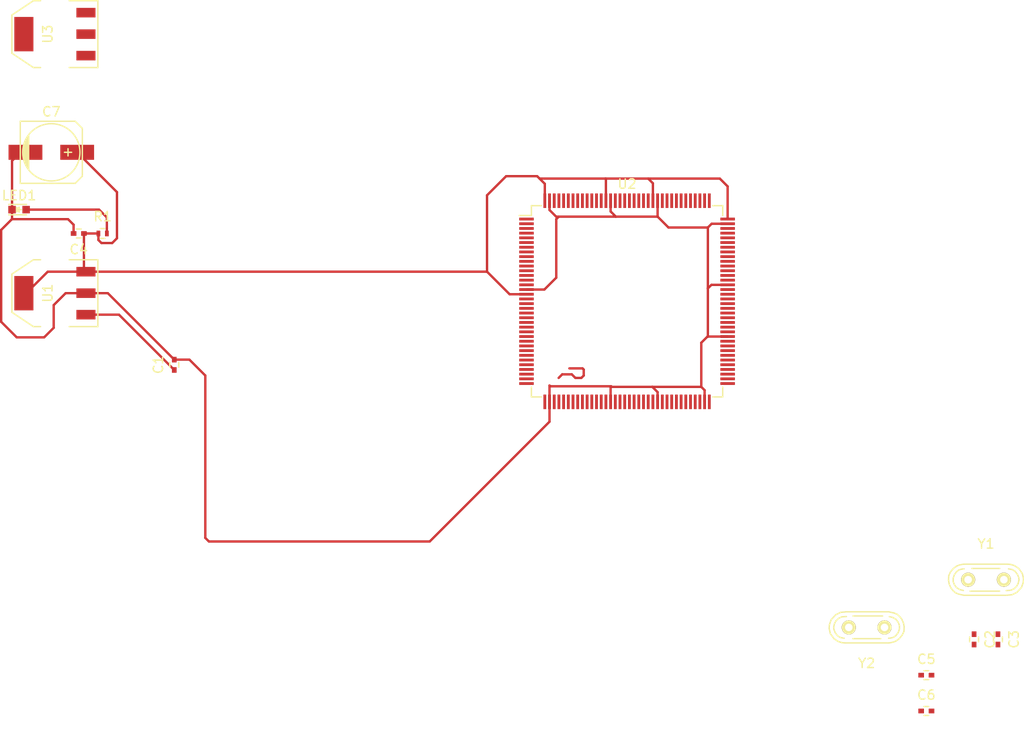
<source format=kicad_pcb>
(kicad_pcb (version 4) (host pcbnew 0.201603210401+6634~43~ubuntu14.04.1-product)

  (general
    (links 46)
    (no_connects 20)
    (area 81.589999 72.749999 190.955341 151.365)
    (thickness 1.6)
    (drawings 0)
    (tracks 103)
    (zones 0)
    (modules 14)
    (nets 129)
  )

  (page A4)
  (layers
    (0 F.Cu signal)
    (31 B.Cu signal)
    (32 B.Adhes user)
    (33 F.Adhes user)
    (34 B.Paste user)
    (35 F.Paste user)
    (36 B.SilkS user)
    (37 F.SilkS user)
    (38 B.Mask user)
    (39 F.Mask user)
    (40 Dwgs.User user)
    (41 Cmts.User user)
    (42 Eco1.User user)
    (43 Eco2.User user)
    (44 Edge.Cuts user)
    (45 Margin user)
    (46 B.CrtYd user)
    (47 F.CrtYd user)
    (48 B.Fab user)
    (49 F.Fab user)
  )

  (setup
    (last_trace_width 0.25)
    (trace_clearance 0.2)
    (zone_clearance 0.508)
    (zone_45_only no)
    (trace_min 0.2)
    (segment_width 0.2)
    (edge_width 0.15)
    (via_size 0.6)
    (via_drill 0.4)
    (via_min_size 0.4)
    (via_min_drill 0.3)
    (uvia_size 0.3)
    (uvia_drill 0.1)
    (uvias_allowed no)
    (uvia_min_size 0.2)
    (uvia_min_drill 0.1)
    (pcb_text_width 0.3)
    (pcb_text_size 1.5 1.5)
    (mod_edge_width 0.15)
    (mod_text_size 1 1)
    (mod_text_width 0.15)
    (pad_size 1.524 1.524)
    (pad_drill 0.762)
    (pad_to_mask_clearance 0.2)
    (aux_axis_origin 0 0)
    (visible_elements FFFEFF7F)
    (pcbplotparams
      (layerselection 0x00030_ffffffff)
      (usegerberextensions false)
      (excludeedgelayer true)
      (linewidth 0.100000)
      (plotframeref false)
      (viasonmask false)
      (mode 1)
      (useauxorigin false)
      (hpglpennumber 1)
      (hpglpenspeed 20)
      (hpglpendiameter 15)
      (psnegative false)
      (psa4output false)
      (plotreference true)
      (plotvalue true)
      (plotinvisibletext false)
      (padsonsilk false)
      (subtractmaskfromsilk false)
      (outputformat 1)
      (mirror false)
      (drillshape 1)
      (scaleselection 1)
      (outputdirectory ""))
  )

  (net 0 "")
  (net 1 +5V)
  (net 2 GND)
  (net 3 /X1IN)
  (net 4 /X1OUT)
  (net 5 +3V3)
  (net 6 /X2IN)
  (net 7 /X2OUT)
  (net 8 "Net-(LED1-Pad2)")
  (net 9 "Net-(U2-Pad1)")
  (net 10 "Net-(U2-Pad2)")
  (net 11 "Net-(U2-Pad3)")
  (net 12 "Net-(U2-Pad4)")
  (net 13 "Net-(U2-Pad6)")
  (net 14 "Net-(U2-Pad7)")
  (net 15 "Net-(U2-Pad8)")
  (net 16 "Net-(U2-Pad9)")
  (net 17 "Net-(U2-Pad10)")
  (net 18 "Net-(U2-Pad11)")
  (net 19 "Net-(U2-Pad12)")
  (net 20 "Net-(U2-Pad13)")
  (net 21 "Net-(U2-Pad14)")
  (net 22 "Net-(U2-Pad15)")
  (net 23 "Net-(U2-Pad18)")
  (net 24 "Net-(U2-Pad19)")
  (net 25 "Net-(U2-Pad20)")
  (net 26 "Net-(U2-Pad21)")
  (net 27 "Net-(U2-Pad22)")
  (net 28 "Net-(U2-Pad23)")
  (net 29 "Net-(U2-Pad24)")
  (net 30 "Net-(U2-Pad25)")
  (net 31 "Net-(U2-Pad26)")
  (net 32 "Net-(U2-Pad27)")
  (net 33 "Net-(U2-Pad28)")
  (net 34 "Net-(U2-Pad29)")
  (net 35 "Net-(U2-Pad30)")
  (net 36 "Net-(U2-Pad31)")
  (net 37 "Net-(U2-Pad32)")
  (net 38 "Net-(U2-Pad33)")
  (net 39 "Net-(U2-Pad34)")
  (net 40 "Net-(U2-Pad35)")
  (net 41 "Net-(U2-Pad36)")
  (net 42 "Net-(U2-Pad37)")
  (net 43 "Net-(U2-Pad40)")
  (net 44 "Net-(U2-Pad41)")
  (net 45 "Net-(U2-Pad42)")
  (net 46 "Net-(U2-Pad43)")
  (net 47 "Net-(U2-Pad44)")
  (net 48 "Net-(U2-Pad45)")
  (net 49 "Net-(U2-Pad48)")
  (net 50 "Net-(U2-Pad49)")
  (net 51 "Net-(U2-Pad50)")
  (net 52 "Net-(U2-Pad53)")
  (net 53 "Net-(U2-Pad54)")
  (net 54 "Net-(U2-Pad55)")
  (net 55 "Net-(U2-Pad56)")
  (net 56 "Net-(U2-Pad57)")
  (net 57 "Net-(U2-Pad59)")
  (net 58 "Net-(U2-Pad60)")
  (net 59 "Net-(U2-Pad63)")
  (net 60 "Net-(U2-Pad64)")
  (net 61 "Net-(U2-Pad65)")
  (net 62 "Net-(U2-Pad66)")
  (net 63 "Net-(U2-Pad67)")
  (net 64 "Net-(U2-Pad68)")
  (net 65 "Net-(U2-Pad69)")
  (net 66 "Net-(U2-Pad70)")
  (net 67 "Net-(U2-Pad73)")
  (net 68 "Net-(U2-Pad74)")
  (net 69 "Net-(U2-Pad75)")
  (net 70 "Net-(U2-Pad76)")
  (net 71 "Net-(U2-Pad77)")
  (net 72 "Net-(U2-Pad78)")
  (net 73 "Net-(U2-Pad79)")
  (net 74 "Net-(U2-Pad80)")
  (net 75 "Net-(U2-Pad81)")
  (net 76 "Net-(U2-Pad82)")
  (net 77 "Net-(U2-Pad85)")
  (net 78 "Net-(U2-Pad86)")
  (net 79 "Net-(U2-Pad87)")
  (net 80 "Net-(U2-Pad88)")
  (net 81 "Net-(U2-Pad89)")
  (net 82 "Net-(U2-Pad90)")
  (net 83 "Net-(U2-Pad91)")
  (net 84 "Net-(U2-Pad92)")
  (net 85 "Net-(U2-Pad93)")
  (net 86 "Net-(U2-Pad96)")
  (net 87 "Net-(U2-Pad97)")
  (net 88 "Net-(U2-Pad98)")
  (net 89 "Net-(U2-Pad99)")
  (net 90 "Net-(U2-Pad100)")
  (net 91 "Net-(U2-Pad101)")
  (net 92 "Net-(U2-Pad102)")
  (net 93 "Net-(U2-Pad103)")
  (net 94 "Net-(U2-Pad104)")
  (net 95 "Net-(U2-Pad105)")
  (net 96 "Net-(U2-Pad106)")
  (net 97 "Net-(U2-Pad109)")
  (net 98 "Net-(U2-Pad110)")
  (net 99 "Net-(U2-Pad111)")
  (net 100 "Net-(U2-Pad112)")
  (net 101 "Net-(U2-Pad113)")
  (net 102 "Net-(U2-Pad114)")
  (net 103 "Net-(U2-Pad115)")
  (net 104 "Net-(U2-Pad116)")
  (net 105 "Net-(U2-Pad117)")
  (net 106 "Net-(U2-Pad118)")
  (net 107 "Net-(U2-Pad119)")
  (net 108 "Net-(U2-Pad122)")
  (net 109 "Net-(U2-Pad123)")
  (net 110 "Net-(U2-Pad124)")
  (net 111 "Net-(U2-Pad125)")
  (net 112 "Net-(U2-Pad126)")
  (net 113 "Net-(U2-Pad127)")
  (net 114 "Net-(U2-Pad128)")
  (net 115 "Net-(U2-Pad129)")
  (net 116 "Net-(U2-Pad132)")
  (net 117 "Net-(U2-Pad133)")
  (net 118 "Net-(U2-Pad134)")
  (net 119 "Net-(U2-Pad135)")
  (net 120 "Net-(U2-Pad136)")
  (net 121 "Net-(U2-Pad137)")
  (net 122 "Net-(U2-Pad138)")
  (net 123 "Net-(U2-Pad139)")
  (net 124 "Net-(U2-Pad140)")
  (net 125 "Net-(U2-Pad141)")
  (net 126 "Net-(U2-Pad142)")
  (net 127 "Net-(U3-Pad4)")
  (net 128 "Net-(U3-Pad3)")

  (net_class Default "This is the default net class."
    (clearance 0.2)
    (trace_width 0.25)
    (via_dia 0.6)
    (via_drill 0.4)
    (uvia_dia 0.3)
    (uvia_drill 0.1)
    (add_net +3V3)
    (add_net +5V)
    (add_net /X1IN)
    (add_net /X1OUT)
    (add_net /X2IN)
    (add_net /X2OUT)
    (add_net GND)
    (add_net "Net-(LED1-Pad2)")
    (add_net "Net-(U2-Pad1)")
    (add_net "Net-(U2-Pad10)")
    (add_net "Net-(U2-Pad100)")
    (add_net "Net-(U2-Pad101)")
    (add_net "Net-(U2-Pad102)")
    (add_net "Net-(U2-Pad103)")
    (add_net "Net-(U2-Pad104)")
    (add_net "Net-(U2-Pad105)")
    (add_net "Net-(U2-Pad106)")
    (add_net "Net-(U2-Pad109)")
    (add_net "Net-(U2-Pad11)")
    (add_net "Net-(U2-Pad110)")
    (add_net "Net-(U2-Pad111)")
    (add_net "Net-(U2-Pad112)")
    (add_net "Net-(U2-Pad113)")
    (add_net "Net-(U2-Pad114)")
    (add_net "Net-(U2-Pad115)")
    (add_net "Net-(U2-Pad116)")
    (add_net "Net-(U2-Pad117)")
    (add_net "Net-(U2-Pad118)")
    (add_net "Net-(U2-Pad119)")
    (add_net "Net-(U2-Pad12)")
    (add_net "Net-(U2-Pad122)")
    (add_net "Net-(U2-Pad123)")
    (add_net "Net-(U2-Pad124)")
    (add_net "Net-(U2-Pad125)")
    (add_net "Net-(U2-Pad126)")
    (add_net "Net-(U2-Pad127)")
    (add_net "Net-(U2-Pad128)")
    (add_net "Net-(U2-Pad129)")
    (add_net "Net-(U2-Pad13)")
    (add_net "Net-(U2-Pad132)")
    (add_net "Net-(U2-Pad133)")
    (add_net "Net-(U2-Pad134)")
    (add_net "Net-(U2-Pad135)")
    (add_net "Net-(U2-Pad136)")
    (add_net "Net-(U2-Pad137)")
    (add_net "Net-(U2-Pad138)")
    (add_net "Net-(U2-Pad139)")
    (add_net "Net-(U2-Pad14)")
    (add_net "Net-(U2-Pad140)")
    (add_net "Net-(U2-Pad141)")
    (add_net "Net-(U2-Pad142)")
    (add_net "Net-(U2-Pad15)")
    (add_net "Net-(U2-Pad18)")
    (add_net "Net-(U2-Pad19)")
    (add_net "Net-(U2-Pad2)")
    (add_net "Net-(U2-Pad20)")
    (add_net "Net-(U2-Pad21)")
    (add_net "Net-(U2-Pad22)")
    (add_net "Net-(U2-Pad23)")
    (add_net "Net-(U2-Pad24)")
    (add_net "Net-(U2-Pad25)")
    (add_net "Net-(U2-Pad26)")
    (add_net "Net-(U2-Pad27)")
    (add_net "Net-(U2-Pad28)")
    (add_net "Net-(U2-Pad29)")
    (add_net "Net-(U2-Pad3)")
    (add_net "Net-(U2-Pad30)")
    (add_net "Net-(U2-Pad31)")
    (add_net "Net-(U2-Pad32)")
    (add_net "Net-(U2-Pad33)")
    (add_net "Net-(U2-Pad34)")
    (add_net "Net-(U2-Pad35)")
    (add_net "Net-(U2-Pad36)")
    (add_net "Net-(U2-Pad37)")
    (add_net "Net-(U2-Pad4)")
    (add_net "Net-(U2-Pad40)")
    (add_net "Net-(U2-Pad41)")
    (add_net "Net-(U2-Pad42)")
    (add_net "Net-(U2-Pad43)")
    (add_net "Net-(U2-Pad44)")
    (add_net "Net-(U2-Pad45)")
    (add_net "Net-(U2-Pad48)")
    (add_net "Net-(U2-Pad49)")
    (add_net "Net-(U2-Pad50)")
    (add_net "Net-(U2-Pad53)")
    (add_net "Net-(U2-Pad54)")
    (add_net "Net-(U2-Pad55)")
    (add_net "Net-(U2-Pad56)")
    (add_net "Net-(U2-Pad57)")
    (add_net "Net-(U2-Pad59)")
    (add_net "Net-(U2-Pad6)")
    (add_net "Net-(U2-Pad60)")
    (add_net "Net-(U2-Pad63)")
    (add_net "Net-(U2-Pad64)")
    (add_net "Net-(U2-Pad65)")
    (add_net "Net-(U2-Pad66)")
    (add_net "Net-(U2-Pad67)")
    (add_net "Net-(U2-Pad68)")
    (add_net "Net-(U2-Pad69)")
    (add_net "Net-(U2-Pad7)")
    (add_net "Net-(U2-Pad70)")
    (add_net "Net-(U2-Pad73)")
    (add_net "Net-(U2-Pad74)")
    (add_net "Net-(U2-Pad75)")
    (add_net "Net-(U2-Pad76)")
    (add_net "Net-(U2-Pad77)")
    (add_net "Net-(U2-Pad78)")
    (add_net "Net-(U2-Pad79)")
    (add_net "Net-(U2-Pad8)")
    (add_net "Net-(U2-Pad80)")
    (add_net "Net-(U2-Pad81)")
    (add_net "Net-(U2-Pad82)")
    (add_net "Net-(U2-Pad85)")
    (add_net "Net-(U2-Pad86)")
    (add_net "Net-(U2-Pad87)")
    (add_net "Net-(U2-Pad88)")
    (add_net "Net-(U2-Pad89)")
    (add_net "Net-(U2-Pad9)")
    (add_net "Net-(U2-Pad90)")
    (add_net "Net-(U2-Pad91)")
    (add_net "Net-(U2-Pad92)")
    (add_net "Net-(U2-Pad93)")
    (add_net "Net-(U2-Pad96)")
    (add_net "Net-(U2-Pad97)")
    (add_net "Net-(U2-Pad98)")
    (add_net "Net-(U2-Pad99)")
    (add_net "Net-(U3-Pad3)")
    (add_net "Net-(U3-Pad4)")
  )

  (module Capacitors_SMD:C_0402 (layer F.Cu) (tedit 5415D599) (tstamp 56F2DBA4)
    (at 100.33 111.76 90)
    (descr "Capacitor SMD 0402, reflow soldering, AVX (see smccp.pdf)")
    (tags "capacitor 0402")
    (path /56F2BF6E)
    (attr smd)
    (fp_text reference C1 (at 0 -1.7 90) (layer F.SilkS)
      (effects (font (size 1 1) (thickness 0.15)))
    )
    (fp_text value 0.1uF (at 0 1.7 90) (layer F.Fab)
      (effects (font (size 1 1) (thickness 0.15)))
    )
    (fp_line (start -1.15 -0.6) (end 1.15 -0.6) (layer F.CrtYd) (width 0.05))
    (fp_line (start -1.15 0.6) (end 1.15 0.6) (layer F.CrtYd) (width 0.05))
    (fp_line (start -1.15 -0.6) (end -1.15 0.6) (layer F.CrtYd) (width 0.05))
    (fp_line (start 1.15 -0.6) (end 1.15 0.6) (layer F.CrtYd) (width 0.05))
    (fp_line (start 0.25 -0.475) (end -0.25 -0.475) (layer F.SilkS) (width 0.15))
    (fp_line (start -0.25 0.475) (end 0.25 0.475) (layer F.SilkS) (width 0.15))
    (pad 1 smd rect (at -0.55 0 90) (size 0.6 0.5) (layers F.Cu F.Paste F.Mask)
      (net 1 +5V))
    (pad 2 smd rect (at 0.55 0 90) (size 0.6 0.5) (layers F.Cu F.Paste F.Mask)
      (net 2 GND))
    (model Capacitors_SMD.3dshapes/C_0402.wrl
      (at (xyz 0 0 0))
      (scale (xyz 1 1 1))
      (rotate (xyz 0 0 0))
    )
  )

  (module Capacitors_SMD:C_0402 (layer F.Cu) (tedit 5415D599) (tstamp 56F2DBB0)
    (at 185.42 140.97 270)
    (descr "Capacitor SMD 0402, reflow soldering, AVX (see smccp.pdf)")
    (tags "capacitor 0402")
    (path /56F2DAD6)
    (attr smd)
    (fp_text reference C2 (at 0 -1.7 270) (layer F.SilkS)
      (effects (font (size 1 1) (thickness 0.15)))
    )
    (fp_text value 22P (at 0 1.7 270) (layer F.Fab)
      (effects (font (size 1 1) (thickness 0.15)))
    )
    (fp_line (start -1.15 -0.6) (end 1.15 -0.6) (layer F.CrtYd) (width 0.05))
    (fp_line (start -1.15 0.6) (end 1.15 0.6) (layer F.CrtYd) (width 0.05))
    (fp_line (start -1.15 -0.6) (end -1.15 0.6) (layer F.CrtYd) (width 0.05))
    (fp_line (start 1.15 -0.6) (end 1.15 0.6) (layer F.CrtYd) (width 0.05))
    (fp_line (start 0.25 -0.475) (end -0.25 -0.475) (layer F.SilkS) (width 0.15))
    (fp_line (start -0.25 0.475) (end 0.25 0.475) (layer F.SilkS) (width 0.15))
    (pad 1 smd rect (at -0.55 0 270) (size 0.6 0.5) (layers F.Cu F.Paste F.Mask)
      (net 3 /X1IN))
    (pad 2 smd rect (at 0.55 0 270) (size 0.6 0.5) (layers F.Cu F.Paste F.Mask)
      (net 2 GND))
    (model Capacitors_SMD.3dshapes/C_0402.wrl
      (at (xyz 0 0 0))
      (scale (xyz 1 1 1))
      (rotate (xyz 0 0 0))
    )
  )

  (module Capacitors_SMD:C_0402 (layer F.Cu) (tedit 5415D599) (tstamp 56F2DBBC)
    (at 187.96 140.97 270)
    (descr "Capacitor SMD 0402, reflow soldering, AVX (see smccp.pdf)")
    (tags "capacitor 0402")
    (path /56F2DB39)
    (attr smd)
    (fp_text reference C3 (at 0 -1.7 270) (layer F.SilkS)
      (effects (font (size 1 1) (thickness 0.15)))
    )
    (fp_text value 22P (at 0 1.7 270) (layer F.Fab)
      (effects (font (size 1 1) (thickness 0.15)))
    )
    (fp_line (start -1.15 -0.6) (end 1.15 -0.6) (layer F.CrtYd) (width 0.05))
    (fp_line (start -1.15 0.6) (end 1.15 0.6) (layer F.CrtYd) (width 0.05))
    (fp_line (start -1.15 -0.6) (end -1.15 0.6) (layer F.CrtYd) (width 0.05))
    (fp_line (start 1.15 -0.6) (end 1.15 0.6) (layer F.CrtYd) (width 0.05))
    (fp_line (start 0.25 -0.475) (end -0.25 -0.475) (layer F.SilkS) (width 0.15))
    (fp_line (start -0.25 0.475) (end 0.25 0.475) (layer F.SilkS) (width 0.15))
    (pad 1 smd rect (at -0.55 0 270) (size 0.6 0.5) (layers F.Cu F.Paste F.Mask)
      (net 4 /X1OUT))
    (pad 2 smd rect (at 0.55 0 270) (size 0.6 0.5) (layers F.Cu F.Paste F.Mask)
      (net 2 GND))
    (model Capacitors_SMD.3dshapes/C_0402.wrl
      (at (xyz 0 0 0))
      (scale (xyz 1 1 1))
      (rotate (xyz 0 0 0))
    )
  )

  (module Capacitors_SMD:C_0402 (layer F.Cu) (tedit 5415D599) (tstamp 56F2DBC8)
    (at 90.17 97.79 180)
    (descr "Capacitor SMD 0402, reflow soldering, AVX (see smccp.pdf)")
    (tags "capacitor 0402")
    (path /56F2BFE5)
    (attr smd)
    (fp_text reference C4 (at 0 -1.7 180) (layer F.SilkS)
      (effects (font (size 1 1) (thickness 0.15)))
    )
    (fp_text value 0.1uF (at 0 1.7 180) (layer F.Fab)
      (effects (font (size 1 1) (thickness 0.15)))
    )
    (fp_line (start -1.15 -0.6) (end 1.15 -0.6) (layer F.CrtYd) (width 0.05))
    (fp_line (start -1.15 0.6) (end 1.15 0.6) (layer F.CrtYd) (width 0.05))
    (fp_line (start -1.15 -0.6) (end -1.15 0.6) (layer F.CrtYd) (width 0.05))
    (fp_line (start 1.15 -0.6) (end 1.15 0.6) (layer F.CrtYd) (width 0.05))
    (fp_line (start 0.25 -0.475) (end -0.25 -0.475) (layer F.SilkS) (width 0.15))
    (fp_line (start -0.25 0.475) (end 0.25 0.475) (layer F.SilkS) (width 0.15))
    (pad 1 smd rect (at -0.55 0 180) (size 0.6 0.5) (layers F.Cu F.Paste F.Mask)
      (net 5 +3V3))
    (pad 2 smd rect (at 0.55 0 180) (size 0.6 0.5) (layers F.Cu F.Paste F.Mask)
      (net 2 GND))
    (model Capacitors_SMD.3dshapes/C_0402.wrl
      (at (xyz 0 0 0))
      (scale (xyz 1 1 1))
      (rotate (xyz 0 0 0))
    )
  )

  (module Capacitors_SMD:C_0402 (layer F.Cu) (tedit 5415D599) (tstamp 56F2DBD4)
    (at 180.34 144.78)
    (descr "Capacitor SMD 0402, reflow soldering, AVX (see smccp.pdf)")
    (tags "capacitor 0402")
    (path /56F2DC08)
    (attr smd)
    (fp_text reference C5 (at 0 -1.7) (layer F.SilkS)
      (effects (font (size 1 1) (thickness 0.15)))
    )
    (fp_text value 22P (at 0 1.7) (layer F.Fab)
      (effects (font (size 1 1) (thickness 0.15)))
    )
    (fp_line (start -1.15 -0.6) (end 1.15 -0.6) (layer F.CrtYd) (width 0.05))
    (fp_line (start -1.15 0.6) (end 1.15 0.6) (layer F.CrtYd) (width 0.05))
    (fp_line (start -1.15 -0.6) (end -1.15 0.6) (layer F.CrtYd) (width 0.05))
    (fp_line (start 1.15 -0.6) (end 1.15 0.6) (layer F.CrtYd) (width 0.05))
    (fp_line (start 0.25 -0.475) (end -0.25 -0.475) (layer F.SilkS) (width 0.15))
    (fp_line (start -0.25 0.475) (end 0.25 0.475) (layer F.SilkS) (width 0.15))
    (pad 1 smd rect (at -0.55 0) (size 0.6 0.5) (layers F.Cu F.Paste F.Mask)
      (net 6 /X2IN))
    (pad 2 smd rect (at 0.55 0) (size 0.6 0.5) (layers F.Cu F.Paste F.Mask)
      (net 2 GND))
    (model Capacitors_SMD.3dshapes/C_0402.wrl
      (at (xyz 0 0 0))
      (scale (xyz 1 1 1))
      (rotate (xyz 0 0 0))
    )
  )

  (module Capacitors_SMD:C_0402 (layer F.Cu) (tedit 5415D599) (tstamp 56F2DBE0)
    (at 180.34 148.59)
    (descr "Capacitor SMD 0402, reflow soldering, AVX (see smccp.pdf)")
    (tags "capacitor 0402")
    (path /56F2DC53)
    (attr smd)
    (fp_text reference C6 (at 0 -1.7) (layer F.SilkS)
      (effects (font (size 1 1) (thickness 0.15)))
    )
    (fp_text value 22P (at 0 1.7) (layer F.Fab)
      (effects (font (size 1 1) (thickness 0.15)))
    )
    (fp_line (start -1.15 -0.6) (end 1.15 -0.6) (layer F.CrtYd) (width 0.05))
    (fp_line (start -1.15 0.6) (end 1.15 0.6) (layer F.CrtYd) (width 0.05))
    (fp_line (start -1.15 -0.6) (end -1.15 0.6) (layer F.CrtYd) (width 0.05))
    (fp_line (start 1.15 -0.6) (end 1.15 0.6) (layer F.CrtYd) (width 0.05))
    (fp_line (start 0.25 -0.475) (end -0.25 -0.475) (layer F.SilkS) (width 0.15))
    (fp_line (start -0.25 0.475) (end 0.25 0.475) (layer F.SilkS) (width 0.15))
    (pad 1 smd rect (at -0.55 0) (size 0.6 0.5) (layers F.Cu F.Paste F.Mask)
      (net 7 /X2OUT))
    (pad 2 smd rect (at 0.55 0) (size 0.6 0.5) (layers F.Cu F.Paste F.Mask)
      (net 2 GND))
    (model Capacitors_SMD.3dshapes/C_0402.wrl
      (at (xyz 0 0 0))
      (scale (xyz 1 1 1))
      (rotate (xyz 0 0 0))
    )
  )

  (module Capacitors_SMD:c_elec_6.3x7.7 (layer F.Cu) (tedit 556FDD06) (tstamp 56F2DBF8)
    (at 87.249 89.154)
    (descr "SMT capacitor, aluminium electrolytic, 6.3x7.7")
    (path /56F2C081)
    (attr smd)
    (fp_text reference C7 (at 0 -4.318) (layer F.SilkS)
      (effects (font (size 1 1) (thickness 0.15)))
    )
    (fp_text value 47uF (at 0 4.318) (layer F.Fab)
      (effects (font (size 1 1) (thickness 0.15)))
    )
    (fp_line (start -4.85 -3.55) (end 4.85 -3.55) (layer F.CrtYd) (width 0.05))
    (fp_line (start 4.85 -3.55) (end 4.85 3.55) (layer F.CrtYd) (width 0.05))
    (fp_line (start 4.85 3.55) (end -4.85 3.55) (layer F.CrtYd) (width 0.05))
    (fp_line (start -4.85 3.55) (end -4.85 -3.55) (layer F.CrtYd) (width 0.05))
    (fp_line (start -2.921 -0.762) (end -2.921 0.762) (layer F.SilkS) (width 0.15))
    (fp_line (start -2.794 1.143) (end -2.794 -1.143) (layer F.SilkS) (width 0.15))
    (fp_line (start -2.667 -1.397) (end -2.667 1.397) (layer F.SilkS) (width 0.15))
    (fp_line (start -2.54 1.651) (end -2.54 -1.651) (layer F.SilkS) (width 0.15))
    (fp_line (start -2.413 -1.778) (end -2.413 1.778) (layer F.SilkS) (width 0.15))
    (fp_line (start -3.302 -3.302) (end -3.302 3.302) (layer F.SilkS) (width 0.15))
    (fp_line (start -3.302 3.302) (end 2.54 3.302) (layer F.SilkS) (width 0.15))
    (fp_line (start 2.54 3.302) (end 3.302 2.54) (layer F.SilkS) (width 0.15))
    (fp_line (start 3.302 2.54) (end 3.302 -2.54) (layer F.SilkS) (width 0.15))
    (fp_line (start 3.302 -2.54) (end 2.54 -3.302) (layer F.SilkS) (width 0.15))
    (fp_line (start 2.54 -3.302) (end -3.302 -3.302) (layer F.SilkS) (width 0.15))
    (fp_line (start 2.159 0) (end 1.397 0) (layer F.SilkS) (width 0.15))
    (fp_line (start 1.778 -0.381) (end 1.778 0.381) (layer F.SilkS) (width 0.15))
    (fp_circle (center 0 0) (end -3.048 0) (layer F.SilkS) (width 0.15))
    (pad 1 smd rect (at 2.75082 0) (size 3.59918 1.6002) (layers F.Cu F.Paste F.Mask)
      (net 5 +3V3))
    (pad 2 smd rect (at -2.75082 0) (size 3.59918 1.6002) (layers F.Cu F.Paste F.Mask)
      (net 2 GND))
    (model Capacitors_SMD.3dshapes/c_elec_6.3x7.7.wrl
      (at (xyz 0 0 0))
      (scale (xyz 1 1 1))
      (rotate (xyz 0 0 0))
    )
  )

  (module LEDs:LED_0603 (layer F.Cu) (tedit 55BDE255) (tstamp 56F2DC09)
    (at 83.82 95.25)
    (descr "LED 0603 smd package")
    (tags "LED led 0603 SMD smd SMT smt smdled SMDLED smtled SMTLED")
    (path /56F2C157)
    (attr smd)
    (fp_text reference LED1 (at 0 -1.5) (layer F.SilkS)
      (effects (font (size 1 1) (thickness 0.15)))
    )
    (fp_text value LED (at 0 1.5) (layer F.Fab)
      (effects (font (size 1 1) (thickness 0.15)))
    )
    (fp_line (start -1.1 0.55) (end 0.8 0.55) (layer F.SilkS) (width 0.15))
    (fp_line (start -1.1 -0.55) (end 0.8 -0.55) (layer F.SilkS) (width 0.15))
    (fp_line (start -0.2 0) (end 0.25 0) (layer F.SilkS) (width 0.15))
    (fp_line (start -0.25 -0.25) (end -0.25 0.25) (layer F.SilkS) (width 0.15))
    (fp_line (start -0.25 0) (end 0 -0.25) (layer F.SilkS) (width 0.15))
    (fp_line (start 0 -0.25) (end 0 0.25) (layer F.SilkS) (width 0.15))
    (fp_line (start 0 0.25) (end -0.25 0) (layer F.SilkS) (width 0.15))
    (fp_line (start 1.4 -0.75) (end 1.4 0.75) (layer F.CrtYd) (width 0.05))
    (fp_line (start 1.4 0.75) (end -1.4 0.75) (layer F.CrtYd) (width 0.05))
    (fp_line (start -1.4 0.75) (end -1.4 -0.75) (layer F.CrtYd) (width 0.05))
    (fp_line (start -1.4 -0.75) (end 1.4 -0.75) (layer F.CrtYd) (width 0.05))
    (pad 2 smd rect (at 0.7493 0 180) (size 0.79756 0.79756) (layers F.Cu F.Paste F.Mask)
      (net 8 "Net-(LED1-Pad2)"))
    (pad 1 smd rect (at -0.7493 0 180) (size 0.79756 0.79756) (layers F.Cu F.Paste F.Mask)
      (net 2 GND))
    (model LEDs.3dshapes/LED_0603.wrl
      (at (xyz 0 0 0))
      (scale (xyz 1 1 1))
      (rotate (xyz 0 0 180))
    )
  )

  (module Resistors_SMD:R_0402 (layer F.Cu) (tedit 5415CBB8) (tstamp 56F2DC15)
    (at 92.71 97.79)
    (descr "Resistor SMD 0402, reflow soldering, Vishay (see dcrcw.pdf)")
    (tags "resistor 0402")
    (path /56F2C10D)
    (attr smd)
    (fp_text reference R1 (at 0 -1.8) (layer F.SilkS)
      (effects (font (size 1 1) (thickness 0.15)))
    )
    (fp_text value 510 (at 0 1.8) (layer F.Fab)
      (effects (font (size 1 1) (thickness 0.15)))
    )
    (fp_line (start -0.95 -0.65) (end 0.95 -0.65) (layer F.CrtYd) (width 0.05))
    (fp_line (start -0.95 0.65) (end 0.95 0.65) (layer F.CrtYd) (width 0.05))
    (fp_line (start -0.95 -0.65) (end -0.95 0.65) (layer F.CrtYd) (width 0.05))
    (fp_line (start 0.95 -0.65) (end 0.95 0.65) (layer F.CrtYd) (width 0.05))
    (fp_line (start 0.25 -0.525) (end -0.25 -0.525) (layer F.SilkS) (width 0.15))
    (fp_line (start -0.25 0.525) (end 0.25 0.525) (layer F.SilkS) (width 0.15))
    (pad 1 smd rect (at -0.45 0) (size 0.4 0.6) (layers F.Cu F.Paste F.Mask)
      (net 5 +3V3))
    (pad 2 smd rect (at 0.45 0) (size 0.4 0.6) (layers F.Cu F.Paste F.Mask)
      (net 8 "Net-(LED1-Pad2)"))
    (model Resistors_SMD.3dshapes/R_0402.wrl
      (at (xyz 0 0 0))
      (scale (xyz 1 1 1))
      (rotate (xyz 0 0 0))
    )
  )

  (module TO_SOT_Packages_SMD:SOT-223 (layer F.Cu) (tedit 0) (tstamp 56F2DC25)
    (at 87.63 104.14 90)
    (descr "module CMS SOT223 4 pins")
    (tags "CMS SOT")
    (path /56F2BD16)
    (attr smd)
    (fp_text reference U1 (at 0 -0.762 90) (layer F.SilkS)
      (effects (font (size 1 1) (thickness 0.15)))
    )
    (fp_text value LM1117 (at 0 0.762 90) (layer F.Fab)
      (effects (font (size 1 1) (thickness 0.15)))
    )
    (fp_line (start -3.556 1.524) (end -3.556 4.572) (layer F.SilkS) (width 0.15))
    (fp_line (start -3.556 4.572) (end 3.556 4.572) (layer F.SilkS) (width 0.15))
    (fp_line (start 3.556 4.572) (end 3.556 1.524) (layer F.SilkS) (width 0.15))
    (fp_line (start -3.556 -1.524) (end -3.556 -2.286) (layer F.SilkS) (width 0.15))
    (fp_line (start -3.556 -2.286) (end -2.032 -4.572) (layer F.SilkS) (width 0.15))
    (fp_line (start -2.032 -4.572) (end 2.032 -4.572) (layer F.SilkS) (width 0.15))
    (fp_line (start 2.032 -4.572) (end 3.556 -2.286) (layer F.SilkS) (width 0.15))
    (fp_line (start 3.556 -2.286) (end 3.556 -1.524) (layer F.SilkS) (width 0.15))
    (pad 4 smd rect (at 0 -3.302 90) (size 3.6576 2.032) (layers F.Cu F.Paste F.Mask)
      (net 5 +3V3))
    (pad 2 smd rect (at 0 3.302 90) (size 1.016 2.032) (layers F.Cu F.Paste F.Mask)
      (net 2 GND))
    (pad 3 smd rect (at 2.286 3.302 90) (size 1.016 2.032) (layers F.Cu F.Paste F.Mask)
      (net 5 +3V3))
    (pad 1 smd rect (at -2.286 3.302 90) (size 1.016 2.032) (layers F.Cu F.Paste F.Mask)
      (net 1 +5V))
    (model TO_SOT_Packages_SMD.3dshapes/SOT-223.wrl
      (at (xyz 0 0 0))
      (scale (xyz 0.4 0.4 0.4))
      (rotate (xyz 0 0 0))
    )
  )

  (module Housings_QFP:LQFP-144_20x20mm_Pitch0.5mm (layer F.Cu) (tedit 54130A77) (tstamp 56F2DCC6)
    (at 148.5011 105.0036)
    (descr "144-Lead Plastic Low Profile Quad Flatpack (PL) - 20x20x1.40 mm Body [LQFP], 2.00 mm Footprint (see Microchip Packaging Specification 00000049BS.pdf)")
    (tags "QFP 0.5")
    (path /56F16DE9)
    (attr smd)
    (fp_text reference U2 (at 0 -12.475) (layer F.SilkS)
      (effects (font (size 1 1) (thickness 0.15)))
    )
    (fp_text value STM32F103ZETx (at 0 12.475) (layer F.Fab)
      (effects (font (size 1 1) (thickness 0.15)))
    )
    (fp_line (start -11.75 -11.75) (end -11.75 11.75) (layer F.CrtYd) (width 0.05))
    (fp_line (start 11.75 -11.75) (end 11.75 11.75) (layer F.CrtYd) (width 0.05))
    (fp_line (start -11.75 -11.75) (end 11.75 -11.75) (layer F.CrtYd) (width 0.05))
    (fp_line (start -11.75 11.75) (end 11.75 11.75) (layer F.CrtYd) (width 0.05))
    (fp_line (start -10.175 -10.175) (end -10.175 -9.125) (layer F.SilkS) (width 0.15))
    (fp_line (start 10.175 -10.175) (end 10.175 -9.125) (layer F.SilkS) (width 0.15))
    (fp_line (start 10.175 10.175) (end 10.175 9.125) (layer F.SilkS) (width 0.15))
    (fp_line (start -10.175 10.175) (end -10.175 9.125) (layer F.SilkS) (width 0.15))
    (fp_line (start -10.175 -10.175) (end -9.125 -10.175) (layer F.SilkS) (width 0.15))
    (fp_line (start -10.175 10.175) (end -9.125 10.175) (layer F.SilkS) (width 0.15))
    (fp_line (start 10.175 10.175) (end 9.125 10.175) (layer F.SilkS) (width 0.15))
    (fp_line (start 10.175 -10.175) (end 9.125 -10.175) (layer F.SilkS) (width 0.15))
    (fp_line (start -10.175 -9.125) (end -11.475 -9.125) (layer F.SilkS) (width 0.15))
    (pad 1 smd rect (at -10.7 -8.75) (size 1.55 0.3) (layers F.Cu F.Paste F.Mask)
      (net 9 "Net-(U2-Pad1)"))
    (pad 2 smd rect (at -10.7 -8.25) (size 1.55 0.3) (layers F.Cu F.Paste F.Mask)
      (net 10 "Net-(U2-Pad2)"))
    (pad 3 smd rect (at -10.7 -7.75) (size 1.55 0.3) (layers F.Cu F.Paste F.Mask)
      (net 11 "Net-(U2-Pad3)"))
    (pad 4 smd rect (at -10.7 -7.25) (size 1.55 0.3) (layers F.Cu F.Paste F.Mask)
      (net 12 "Net-(U2-Pad4)"))
    (pad 5 smd rect (at -10.7 -6.75) (size 1.55 0.3) (layers F.Cu F.Paste F.Mask)
      (net 4 /X1OUT))
    (pad 6 smd rect (at -10.7 -6.25) (size 1.55 0.3) (layers F.Cu F.Paste F.Mask)
      (net 13 "Net-(U2-Pad6)"))
    (pad 7 smd rect (at -10.7 -5.75) (size 1.55 0.3) (layers F.Cu F.Paste F.Mask)
      (net 14 "Net-(U2-Pad7)"))
    (pad 8 smd rect (at -10.7 -5.25) (size 1.55 0.3) (layers F.Cu F.Paste F.Mask)
      (net 15 "Net-(U2-Pad8)"))
    (pad 9 smd rect (at -10.7 -4.75) (size 1.55 0.3) (layers F.Cu F.Paste F.Mask)
      (net 16 "Net-(U2-Pad9)"))
    (pad 10 smd rect (at -10.7 -4.25) (size 1.55 0.3) (layers F.Cu F.Paste F.Mask)
      (net 17 "Net-(U2-Pad10)"))
    (pad 11 smd rect (at -10.7 -3.75) (size 1.55 0.3) (layers F.Cu F.Paste F.Mask)
      (net 18 "Net-(U2-Pad11)"))
    (pad 12 smd rect (at -10.7 -3.25) (size 1.55 0.3) (layers F.Cu F.Paste F.Mask)
      (net 19 "Net-(U2-Pad12)"))
    (pad 13 smd rect (at -10.7 -2.75) (size 1.55 0.3) (layers F.Cu F.Paste F.Mask)
      (net 20 "Net-(U2-Pad13)"))
    (pad 14 smd rect (at -10.7 -2.25) (size 1.55 0.3) (layers F.Cu F.Paste F.Mask)
      (net 21 "Net-(U2-Pad14)"))
    (pad 15 smd rect (at -10.7 -1.75) (size 1.55 0.3) (layers F.Cu F.Paste F.Mask)
      (net 22 "Net-(U2-Pad15)"))
    (pad 16 smd rect (at -10.7 -1.25) (size 1.55 0.3) (layers F.Cu F.Paste F.Mask)
      (net 2 GND))
    (pad 17 smd rect (at -10.7 -0.75) (size 1.55 0.3) (layers F.Cu F.Paste F.Mask)
      (net 5 +3V3))
    (pad 18 smd rect (at -10.7 -0.25) (size 1.55 0.3) (layers F.Cu F.Paste F.Mask)
      (net 23 "Net-(U2-Pad18)"))
    (pad 19 smd rect (at -10.7 0.25) (size 1.55 0.3) (layers F.Cu F.Paste F.Mask)
      (net 24 "Net-(U2-Pad19)"))
    (pad 20 smd rect (at -10.7 0.75) (size 1.55 0.3) (layers F.Cu F.Paste F.Mask)
      (net 25 "Net-(U2-Pad20)"))
    (pad 21 smd rect (at -10.7 1.25) (size 1.55 0.3) (layers F.Cu F.Paste F.Mask)
      (net 26 "Net-(U2-Pad21)"))
    (pad 22 smd rect (at -10.7 1.75) (size 1.55 0.3) (layers F.Cu F.Paste F.Mask)
      (net 27 "Net-(U2-Pad22)"))
    (pad 23 smd rect (at -10.7 2.25) (size 1.55 0.3) (layers F.Cu F.Paste F.Mask)
      (net 28 "Net-(U2-Pad23)"))
    (pad 24 smd rect (at -10.7 2.75) (size 1.55 0.3) (layers F.Cu F.Paste F.Mask)
      (net 29 "Net-(U2-Pad24)"))
    (pad 25 smd rect (at -10.7 3.25) (size 1.55 0.3) (layers F.Cu F.Paste F.Mask)
      (net 30 "Net-(U2-Pad25)"))
    (pad 26 smd rect (at -10.7 3.75) (size 1.55 0.3) (layers F.Cu F.Paste F.Mask)
      (net 31 "Net-(U2-Pad26)"))
    (pad 27 smd rect (at -10.7 4.25) (size 1.55 0.3) (layers F.Cu F.Paste F.Mask)
      (net 32 "Net-(U2-Pad27)"))
    (pad 28 smd rect (at -10.7 4.75) (size 1.55 0.3) (layers F.Cu F.Paste F.Mask)
      (net 33 "Net-(U2-Pad28)"))
    (pad 29 smd rect (at -10.7 5.25) (size 1.55 0.3) (layers F.Cu F.Paste F.Mask)
      (net 34 "Net-(U2-Pad29)"))
    (pad 30 smd rect (at -10.7 5.75) (size 1.55 0.3) (layers F.Cu F.Paste F.Mask)
      (net 35 "Net-(U2-Pad30)"))
    (pad 31 smd rect (at -10.7 6.25) (size 1.55 0.3) (layers F.Cu F.Paste F.Mask)
      (net 36 "Net-(U2-Pad31)"))
    (pad 32 smd rect (at -10.7 6.75) (size 1.55 0.3) (layers F.Cu F.Paste F.Mask)
      (net 37 "Net-(U2-Pad32)"))
    (pad 33 smd rect (at -10.7 7.25) (size 1.55 0.3) (layers F.Cu F.Paste F.Mask)
      (net 38 "Net-(U2-Pad33)"))
    (pad 34 smd rect (at -10.7 7.75) (size 1.55 0.3) (layers F.Cu F.Paste F.Mask)
      (net 39 "Net-(U2-Pad34)"))
    (pad 35 smd rect (at -10.7 8.25) (size 1.55 0.3) (layers F.Cu F.Paste F.Mask)
      (net 40 "Net-(U2-Pad35)"))
    (pad 36 smd rect (at -10.7 8.75) (size 1.55 0.3) (layers F.Cu F.Paste F.Mask)
      (net 41 "Net-(U2-Pad36)"))
    (pad 37 smd rect (at -8.75 10.7 90) (size 1.55 0.3) (layers F.Cu F.Paste F.Mask)
      (net 42 "Net-(U2-Pad37)"))
    (pad 38 smd rect (at -8.25 10.7 90) (size 1.55 0.3) (layers F.Cu F.Paste F.Mask)
      (net 2 GND))
    (pad 39 smd rect (at -7.75 10.7 90) (size 1.55 0.3) (layers F.Cu F.Paste F.Mask)
      (net 5 +3V3))
    (pad 40 smd rect (at -7.25 10.7 90) (size 1.55 0.3) (layers F.Cu F.Paste F.Mask)
      (net 43 "Net-(U2-Pad40)"))
    (pad 41 smd rect (at -6.75 10.7 90) (size 1.55 0.3) (layers F.Cu F.Paste F.Mask)
      (net 44 "Net-(U2-Pad41)"))
    (pad 42 smd rect (at -6.25 10.7 90) (size 1.55 0.3) (layers F.Cu F.Paste F.Mask)
      (net 45 "Net-(U2-Pad42)"))
    (pad 43 smd rect (at -5.75 10.7 90) (size 1.55 0.3) (layers F.Cu F.Paste F.Mask)
      (net 46 "Net-(U2-Pad43)"))
    (pad 44 smd rect (at -5.25 10.7 90) (size 1.55 0.3) (layers F.Cu F.Paste F.Mask)
      (net 47 "Net-(U2-Pad44)"))
    (pad 45 smd rect (at -4.75 10.7 90) (size 1.55 0.3) (layers F.Cu F.Paste F.Mask)
      (net 48 "Net-(U2-Pad45)"))
    (pad 46 smd rect (at -4.25 10.7 90) (size 1.55 0.3) (layers F.Cu F.Paste F.Mask)
      (net 7 /X2OUT))
    (pad 47 smd rect (at -3.75 10.7 90) (size 1.55 0.3) (layers F.Cu F.Paste F.Mask)
      (net 6 /X2IN))
    (pad 48 smd rect (at -3.25 10.7 90) (size 1.55 0.3) (layers F.Cu F.Paste F.Mask)
      (net 49 "Net-(U2-Pad48)"))
    (pad 49 smd rect (at -2.75 10.7 90) (size 1.55 0.3) (layers F.Cu F.Paste F.Mask)
      (net 50 "Net-(U2-Pad49)"))
    (pad 50 smd rect (at -2.25 10.7 90) (size 1.55 0.3) (layers F.Cu F.Paste F.Mask)
      (net 51 "Net-(U2-Pad50)"))
    (pad 51 smd rect (at -1.75 10.7 90) (size 1.55 0.3) (layers F.Cu F.Paste F.Mask)
      (net 2 GND))
    (pad 52 smd rect (at -1.25 10.7 90) (size 1.55 0.3) (layers F.Cu F.Paste F.Mask)
      (net 5 +3V3))
    (pad 53 smd rect (at -0.75 10.7 90) (size 1.55 0.3) (layers F.Cu F.Paste F.Mask)
      (net 52 "Net-(U2-Pad53)"))
    (pad 54 smd rect (at -0.25 10.7 90) (size 1.55 0.3) (layers F.Cu F.Paste F.Mask)
      (net 53 "Net-(U2-Pad54)"))
    (pad 55 smd rect (at 0.25 10.7 90) (size 1.55 0.3) (layers F.Cu F.Paste F.Mask)
      (net 54 "Net-(U2-Pad55)"))
    (pad 56 smd rect (at 0.75 10.7 90) (size 1.55 0.3) (layers F.Cu F.Paste F.Mask)
      (net 55 "Net-(U2-Pad56)"))
    (pad 57 smd rect (at 1.25 10.7 90) (size 1.55 0.3) (layers F.Cu F.Paste F.Mask)
      (net 56 "Net-(U2-Pad57)"))
    (pad 58 smd rect (at 1.75 10.7 90) (size 1.55 0.3) (layers F.Cu F.Paste F.Mask)
      (net 3 /X1IN))
    (pad 59 smd rect (at 2.25 10.7 90) (size 1.55 0.3) (layers F.Cu F.Paste F.Mask)
      (net 57 "Net-(U2-Pad59)"))
    (pad 60 smd rect (at 2.75 10.7 90) (size 1.55 0.3) (layers F.Cu F.Paste F.Mask)
      (net 58 "Net-(U2-Pad60)"))
    (pad 61 smd rect (at 3.25 10.7 90) (size 1.55 0.3) (layers F.Cu F.Paste F.Mask)
      (net 2 GND))
    (pad 62 smd rect (at 3.75 10.7 90) (size 1.55 0.3) (layers F.Cu F.Paste F.Mask)
      (net 5 +3V3))
    (pad 63 smd rect (at 4.25 10.7 90) (size 1.55 0.3) (layers F.Cu F.Paste F.Mask)
      (net 59 "Net-(U2-Pad63)"))
    (pad 64 smd rect (at 4.75 10.7 90) (size 1.55 0.3) (layers F.Cu F.Paste F.Mask)
      (net 60 "Net-(U2-Pad64)"))
    (pad 65 smd rect (at 5.25 10.7 90) (size 1.55 0.3) (layers F.Cu F.Paste F.Mask)
      (net 61 "Net-(U2-Pad65)"))
    (pad 66 smd rect (at 5.75 10.7 90) (size 1.55 0.3) (layers F.Cu F.Paste F.Mask)
      (net 62 "Net-(U2-Pad66)"))
    (pad 67 smd rect (at 6.25 10.7 90) (size 1.55 0.3) (layers F.Cu F.Paste F.Mask)
      (net 63 "Net-(U2-Pad67)"))
    (pad 68 smd rect (at 6.75 10.7 90) (size 1.55 0.3) (layers F.Cu F.Paste F.Mask)
      (net 64 "Net-(U2-Pad68)"))
    (pad 69 smd rect (at 7.25 10.7 90) (size 1.55 0.3) (layers F.Cu F.Paste F.Mask)
      (net 65 "Net-(U2-Pad69)"))
    (pad 70 smd rect (at 7.75 10.7 90) (size 1.55 0.3) (layers F.Cu F.Paste F.Mask)
      (net 66 "Net-(U2-Pad70)"))
    (pad 71 smd rect (at 8.25 10.7 90) (size 1.55 0.3) (layers F.Cu F.Paste F.Mask)
      (net 2 GND))
    (pad 72 smd rect (at 8.75 10.7 90) (size 1.55 0.3) (layers F.Cu F.Paste F.Mask)
      (net 5 +3V3))
    (pad 73 smd rect (at 10.7 8.75) (size 1.55 0.3) (layers F.Cu F.Paste F.Mask)
      (net 67 "Net-(U2-Pad73)"))
    (pad 74 smd rect (at 10.7 8.25) (size 1.55 0.3) (layers F.Cu F.Paste F.Mask)
      (net 68 "Net-(U2-Pad74)"))
    (pad 75 smd rect (at 10.7 7.75) (size 1.55 0.3) (layers F.Cu F.Paste F.Mask)
      (net 69 "Net-(U2-Pad75)"))
    (pad 76 smd rect (at 10.7 7.25) (size 1.55 0.3) (layers F.Cu F.Paste F.Mask)
      (net 70 "Net-(U2-Pad76)"))
    (pad 77 smd rect (at 10.7 6.75) (size 1.55 0.3) (layers F.Cu F.Paste F.Mask)
      (net 71 "Net-(U2-Pad77)"))
    (pad 78 smd rect (at 10.7 6.25) (size 1.55 0.3) (layers F.Cu F.Paste F.Mask)
      (net 72 "Net-(U2-Pad78)"))
    (pad 79 smd rect (at 10.7 5.75) (size 1.55 0.3) (layers F.Cu F.Paste F.Mask)
      (net 73 "Net-(U2-Pad79)"))
    (pad 80 smd rect (at 10.7 5.25) (size 1.55 0.3) (layers F.Cu F.Paste F.Mask)
      (net 74 "Net-(U2-Pad80)"))
    (pad 81 smd rect (at 10.7 4.75) (size 1.55 0.3) (layers F.Cu F.Paste F.Mask)
      (net 75 "Net-(U2-Pad81)"))
    (pad 82 smd rect (at 10.7 4.25) (size 1.55 0.3) (layers F.Cu F.Paste F.Mask)
      (net 76 "Net-(U2-Pad82)"))
    (pad 83 smd rect (at 10.7 3.75) (size 1.55 0.3) (layers F.Cu F.Paste F.Mask)
      (net 2 GND))
    (pad 84 smd rect (at 10.7 3.25) (size 1.55 0.3) (layers F.Cu F.Paste F.Mask)
      (net 5 +3V3))
    (pad 85 smd rect (at 10.7 2.75) (size 1.55 0.3) (layers F.Cu F.Paste F.Mask)
      (net 77 "Net-(U2-Pad85)"))
    (pad 86 smd rect (at 10.7 2.25) (size 1.55 0.3) (layers F.Cu F.Paste F.Mask)
      (net 78 "Net-(U2-Pad86)"))
    (pad 87 smd rect (at 10.7 1.75) (size 1.55 0.3) (layers F.Cu F.Paste F.Mask)
      (net 79 "Net-(U2-Pad87)"))
    (pad 88 smd rect (at 10.7 1.25) (size 1.55 0.3) (layers F.Cu F.Paste F.Mask)
      (net 80 "Net-(U2-Pad88)"))
    (pad 89 smd rect (at 10.7 0.75) (size 1.55 0.3) (layers F.Cu F.Paste F.Mask)
      (net 81 "Net-(U2-Pad89)"))
    (pad 90 smd rect (at 10.7 0.25) (size 1.55 0.3) (layers F.Cu F.Paste F.Mask)
      (net 82 "Net-(U2-Pad90)"))
    (pad 91 smd rect (at 10.7 -0.25) (size 1.55 0.3) (layers F.Cu F.Paste F.Mask)
      (net 83 "Net-(U2-Pad91)"))
    (pad 92 smd rect (at 10.7 -0.75) (size 1.55 0.3) (layers F.Cu F.Paste F.Mask)
      (net 84 "Net-(U2-Pad92)"))
    (pad 93 smd rect (at 10.7 -1.25) (size 1.55 0.3) (layers F.Cu F.Paste F.Mask)
      (net 85 "Net-(U2-Pad93)"))
    (pad 94 smd rect (at 10.7 -1.75) (size 1.55 0.3) (layers F.Cu F.Paste F.Mask)
      (net 2 GND))
    (pad 95 smd rect (at 10.7 -2.25) (size 1.55 0.3) (layers F.Cu F.Paste F.Mask)
      (net 5 +3V3))
    (pad 96 smd rect (at 10.7 -2.75) (size 1.55 0.3) (layers F.Cu F.Paste F.Mask)
      (net 86 "Net-(U2-Pad96)"))
    (pad 97 smd rect (at 10.7 -3.25) (size 1.55 0.3) (layers F.Cu F.Paste F.Mask)
      (net 87 "Net-(U2-Pad97)"))
    (pad 98 smd rect (at 10.7 -3.75) (size 1.55 0.3) (layers F.Cu F.Paste F.Mask)
      (net 88 "Net-(U2-Pad98)"))
    (pad 99 smd rect (at 10.7 -4.25) (size 1.55 0.3) (layers F.Cu F.Paste F.Mask)
      (net 89 "Net-(U2-Pad99)"))
    (pad 100 smd rect (at 10.7 -4.75) (size 1.55 0.3) (layers F.Cu F.Paste F.Mask)
      (net 90 "Net-(U2-Pad100)"))
    (pad 101 smd rect (at 10.7 -5.25) (size 1.55 0.3) (layers F.Cu F.Paste F.Mask)
      (net 91 "Net-(U2-Pad101)"))
    (pad 102 smd rect (at 10.7 -5.75) (size 1.55 0.3) (layers F.Cu F.Paste F.Mask)
      (net 92 "Net-(U2-Pad102)"))
    (pad 103 smd rect (at 10.7 -6.25) (size 1.55 0.3) (layers F.Cu F.Paste F.Mask)
      (net 93 "Net-(U2-Pad103)"))
    (pad 104 smd rect (at 10.7 -6.75) (size 1.55 0.3) (layers F.Cu F.Paste F.Mask)
      (net 94 "Net-(U2-Pad104)"))
    (pad 105 smd rect (at 10.7 -7.25) (size 1.55 0.3) (layers F.Cu F.Paste F.Mask)
      (net 95 "Net-(U2-Pad105)"))
    (pad 106 smd rect (at 10.7 -7.75) (size 1.55 0.3) (layers F.Cu F.Paste F.Mask)
      (net 96 "Net-(U2-Pad106)"))
    (pad 107 smd rect (at 10.7 -8.25) (size 1.55 0.3) (layers F.Cu F.Paste F.Mask)
      (net 2 GND))
    (pad 108 smd rect (at 10.7 -8.75) (size 1.55 0.3) (layers F.Cu F.Paste F.Mask)
      (net 5 +3V3))
    (pad 109 smd rect (at 8.75 -10.7 90) (size 1.55 0.3) (layers F.Cu F.Paste F.Mask)
      (net 97 "Net-(U2-Pad109)"))
    (pad 110 smd rect (at 8.25 -10.7 90) (size 1.55 0.3) (layers F.Cu F.Paste F.Mask)
      (net 98 "Net-(U2-Pad110)"))
    (pad 111 smd rect (at 7.75 -10.7 90) (size 1.55 0.3) (layers F.Cu F.Paste F.Mask)
      (net 99 "Net-(U2-Pad111)"))
    (pad 112 smd rect (at 7.25 -10.7 90) (size 1.55 0.3) (layers F.Cu F.Paste F.Mask)
      (net 100 "Net-(U2-Pad112)"))
    (pad 113 smd rect (at 6.75 -10.7 90) (size 1.55 0.3) (layers F.Cu F.Paste F.Mask)
      (net 101 "Net-(U2-Pad113)"))
    (pad 114 smd rect (at 6.25 -10.7 90) (size 1.55 0.3) (layers F.Cu F.Paste F.Mask)
      (net 102 "Net-(U2-Pad114)"))
    (pad 115 smd rect (at 5.75 -10.7 90) (size 1.55 0.3) (layers F.Cu F.Paste F.Mask)
      (net 103 "Net-(U2-Pad115)"))
    (pad 116 smd rect (at 5.25 -10.7 90) (size 1.55 0.3) (layers F.Cu F.Paste F.Mask)
      (net 104 "Net-(U2-Pad116)"))
    (pad 117 smd rect (at 4.75 -10.7 90) (size 1.55 0.3) (layers F.Cu F.Paste F.Mask)
      (net 105 "Net-(U2-Pad117)"))
    (pad 118 smd rect (at 4.25 -10.7 90) (size 1.55 0.3) (layers F.Cu F.Paste F.Mask)
      (net 106 "Net-(U2-Pad118)"))
    (pad 119 smd rect (at 3.75 -10.7 90) (size 1.55 0.3) (layers F.Cu F.Paste F.Mask)
      (net 107 "Net-(U2-Pad119)"))
    (pad 120 smd rect (at 3.25 -10.7 90) (size 1.55 0.3) (layers F.Cu F.Paste F.Mask)
      (net 2 GND))
    (pad 121 smd rect (at 2.75 -10.7 90) (size 1.55 0.3) (layers F.Cu F.Paste F.Mask)
      (net 5 +3V3))
    (pad 122 smd rect (at 2.25 -10.7 90) (size 1.55 0.3) (layers F.Cu F.Paste F.Mask)
      (net 108 "Net-(U2-Pad122)"))
    (pad 123 smd rect (at 1.75 -10.7 90) (size 1.55 0.3) (layers F.Cu F.Paste F.Mask)
      (net 109 "Net-(U2-Pad123)"))
    (pad 124 smd rect (at 1.25 -10.7 90) (size 1.55 0.3) (layers F.Cu F.Paste F.Mask)
      (net 110 "Net-(U2-Pad124)"))
    (pad 125 smd rect (at 0.75 -10.7 90) (size 1.55 0.3) (layers F.Cu F.Paste F.Mask)
      (net 111 "Net-(U2-Pad125)"))
    (pad 126 smd rect (at 0.25 -10.7 90) (size 1.55 0.3) (layers F.Cu F.Paste F.Mask)
      (net 112 "Net-(U2-Pad126)"))
    (pad 127 smd rect (at -0.25 -10.7 90) (size 1.55 0.3) (layers F.Cu F.Paste F.Mask)
      (net 113 "Net-(U2-Pad127)"))
    (pad 128 smd rect (at -0.75 -10.7 90) (size 1.55 0.3) (layers F.Cu F.Paste F.Mask)
      (net 114 "Net-(U2-Pad128)"))
    (pad 129 smd rect (at -1.25 -10.7 90) (size 1.55 0.3) (layers F.Cu F.Paste F.Mask)
      (net 115 "Net-(U2-Pad129)"))
    (pad 130 smd rect (at -1.75 -10.7 90) (size 1.55 0.3) (layers F.Cu F.Paste F.Mask)
      (net 2 GND))
    (pad 131 smd rect (at -2.25 -10.7 90) (size 1.55 0.3) (layers F.Cu F.Paste F.Mask)
      (net 5 +3V3))
    (pad 132 smd rect (at -2.75 -10.7 90) (size 1.55 0.3) (layers F.Cu F.Paste F.Mask)
      (net 116 "Net-(U2-Pad132)"))
    (pad 133 smd rect (at -3.25 -10.7 90) (size 1.55 0.3) (layers F.Cu F.Paste F.Mask)
      (net 117 "Net-(U2-Pad133)"))
    (pad 134 smd rect (at -3.75 -10.7 90) (size 1.55 0.3) (layers F.Cu F.Paste F.Mask)
      (net 118 "Net-(U2-Pad134)"))
    (pad 135 smd rect (at -4.25 -10.7 90) (size 1.55 0.3) (layers F.Cu F.Paste F.Mask)
      (net 119 "Net-(U2-Pad135)"))
    (pad 136 smd rect (at -4.75 -10.7 90) (size 1.55 0.3) (layers F.Cu F.Paste F.Mask)
      (net 120 "Net-(U2-Pad136)"))
    (pad 137 smd rect (at -5.25 -10.7 90) (size 1.55 0.3) (layers F.Cu F.Paste F.Mask)
      (net 121 "Net-(U2-Pad137)"))
    (pad 138 smd rect (at -5.75 -10.7 90) (size 1.55 0.3) (layers F.Cu F.Paste F.Mask)
      (net 122 "Net-(U2-Pad138)"))
    (pad 139 smd rect (at -6.25 -10.7 90) (size 1.55 0.3) (layers F.Cu F.Paste F.Mask)
      (net 123 "Net-(U2-Pad139)"))
    (pad 140 smd rect (at -6.75 -10.7 90) (size 1.55 0.3) (layers F.Cu F.Paste F.Mask)
      (net 124 "Net-(U2-Pad140)"))
    (pad 141 smd rect (at -7.25 -10.7 90) (size 1.55 0.3) (layers F.Cu F.Paste F.Mask)
      (net 125 "Net-(U2-Pad141)"))
    (pad 142 smd rect (at -7.75 -10.7 90) (size 1.55 0.3) (layers F.Cu F.Paste F.Mask)
      (net 126 "Net-(U2-Pad142)"))
    (pad 143 smd rect (at -8.25 -10.7 90) (size 1.55 0.3) (layers F.Cu F.Paste F.Mask)
      (net 2 GND))
    (pad 144 smd rect (at -8.75 -10.7 90) (size 1.55 0.3) (layers F.Cu F.Paste F.Mask)
      (net 5 +3V3))
    (model Housings_QFP.3dshapes/LQFP-144_20x20mm_Pitch0.5mm.wrl
      (at (xyz 0 0 0))
      (scale (xyz 1 1 1))
      (rotate (xyz 0 0 0))
    )
  )

  (module Crystals:Crystal_HC52-U_Vertical (layer F.Cu) (tedit 0) (tstamp 56F2DCFA)
    (at 186.69 134.62)
    (descr "Crystal, Quarz, HC52/U, vertical, stehend,")
    (tags "Crystal Quarz HC52/U vertical stehend")
    (path /56F2D94B)
    (fp_text reference Y1 (at 0 -3.81) (layer F.SilkS)
      (effects (font (size 1 1) (thickness 0.15)))
    )
    (fp_text value 8M (at 0 3.81) (layer F.Fab)
      (effects (font (size 1 1) (thickness 0.15)))
    )
    (fp_line (start 1.4605 -1.19126) (end -1.50114 -1.19126) (layer F.SilkS) (width 0.15))
    (fp_line (start 2.21996 1.66116) (end -2.41046 1.66116) (layer F.SilkS) (width 0.15))
    (fp_line (start -1.69926 1.2192) (end 1.45034 1.2192) (layer F.SilkS) (width 0.15))
    (fp_line (start 2.39014 -1.15062) (end 2.80924 -1.06934) (layer F.SilkS) (width 0.15))
    (fp_line (start 2.80924 -1.06934) (end 3.09118 -0.889) (layer F.SilkS) (width 0.15))
    (fp_line (start 3.09118 -0.889) (end 3.35026 -0.55118) (layer F.SilkS) (width 0.15))
    (fp_line (start 3.35026 -0.55118) (end 3.4798 -0.22098) (layer F.SilkS) (width 0.15))
    (fp_line (start 3.4798 -0.22098) (end 3.51028 0.02032) (layer F.SilkS) (width 0.15))
    (fp_line (start 3.51028 0.02032) (end 3.41884 0.40894) (layer F.SilkS) (width 0.15))
    (fp_line (start 3.41884 0.40894) (end 3.25882 0.70104) (layer F.SilkS) (width 0.15))
    (fp_line (start 3.25882 0.70104) (end 2.98958 0.96012) (layer F.SilkS) (width 0.15))
    (fp_line (start 2.98958 0.96012) (end 2.63906 1.1303) (layer F.SilkS) (width 0.15))
    (fp_line (start 2.63906 1.1303) (end 2.14884 1.16078) (layer F.SilkS) (width 0.15))
    (fp_line (start -2.41046 1.15062) (end -2.80924 1.04902) (layer F.SilkS) (width 0.15))
    (fp_line (start -2.80924 1.04902) (end -3.13944 0.84074) (layer F.SilkS) (width 0.15))
    (fp_line (start -3.13944 0.84074) (end -3.36042 0.54102) (layer F.SilkS) (width 0.15))
    (fp_line (start -3.36042 0.54102) (end -3.48996 0.21082) (layer F.SilkS) (width 0.15))
    (fp_line (start -3.48996 0.21082) (end -3.48996 -0.17018) (layer F.SilkS) (width 0.15))
    (fp_line (start -3.48996 -0.17018) (end -3.36042 -0.54102) (layer F.SilkS) (width 0.15))
    (fp_line (start -3.36042 -0.54102) (end -3.12928 -0.8509) (layer F.SilkS) (width 0.15))
    (fp_line (start -3.12928 -0.8509) (end -2.8702 -1.04902) (layer F.SilkS) (width 0.15))
    (fp_line (start -2.8702 -1.04902) (end -2.54 -1.1303) (layer F.SilkS) (width 0.15))
    (fp_line (start -2.54 -1.1303) (end -2.32918 -1.15062) (layer F.SilkS) (width 0.15))
    (fp_line (start -2.39014 -1.651) (end 2.32918 -1.651) (layer F.SilkS) (width 0.15))
    (fp_line (start 2.32918 -1.651) (end 2.66954 -1.61036) (layer F.SilkS) (width 0.15))
    (fp_line (start 2.66954 -1.61036) (end 3.04038 -1.49098) (layer F.SilkS) (width 0.15))
    (fp_line (start 3.04038 -1.49098) (end 3.4798 -1.19126) (layer F.SilkS) (width 0.15))
    (fp_line (start 3.4798 -1.19126) (end 3.8608 -0.6604) (layer F.SilkS) (width 0.15))
    (fp_line (start 3.8608 -0.6604) (end 3.99034 -0.10922) (layer F.SilkS) (width 0.15))
    (fp_line (start 3.99034 -0.10922) (end 3.95986 0.28956) (layer F.SilkS) (width 0.15))
    (fp_line (start 3.95986 0.28956) (end 3.76936 0.83058) (layer F.SilkS) (width 0.15))
    (fp_line (start 3.76936 0.83058) (end 3.2893 1.34874) (layer F.SilkS) (width 0.15))
    (fp_line (start 3.2893 1.34874) (end 2.77876 1.6002) (layer F.SilkS) (width 0.15))
    (fp_line (start 2.77876 1.6002) (end 2.24028 1.651) (layer F.SilkS) (width 0.15))
    (fp_line (start -2.42062 1.64084) (end -2.90068 1.53924) (layer F.SilkS) (width 0.15))
    (fp_line (start -2.90068 1.53924) (end -3.24104 1.39954) (layer F.SilkS) (width 0.15))
    (fp_line (start -3.24104 1.39954) (end -3.52044 1.15062) (layer F.SilkS) (width 0.15))
    (fp_line (start -3.52044 1.15062) (end -3.73888 0.87122) (layer F.SilkS) (width 0.15))
    (fp_line (start -3.73888 0.87122) (end -3.91922 0.45974) (layer F.SilkS) (width 0.15))
    (fp_line (start -3.91922 0.45974) (end -3.99034 0.07112) (layer F.SilkS) (width 0.15))
    (fp_line (start -3.99034 0.07112) (end -3.97002 -0.4191) (layer F.SilkS) (width 0.15))
    (fp_line (start -3.97002 -0.4191) (end -3.77952 -0.82042) (layer F.SilkS) (width 0.15))
    (fp_line (start -3.77952 -0.82042) (end -3.46964 -1.19126) (layer F.SilkS) (width 0.15))
    (fp_line (start -3.46964 -1.19126) (end -3.11912 -1.45034) (layer F.SilkS) (width 0.15))
    (fp_line (start -3.11912 -1.45034) (end -2.77876 -1.57988) (layer F.SilkS) (width 0.15))
    (fp_line (start -2.77876 -1.57988) (end -2.37998 -1.651) (layer F.SilkS) (width 0.15))
    (pad 1 thru_hole circle (at -1.89992 0) (size 1.50114 1.50114) (drill 0.8001) (layers *.Cu *.Mask F.SilkS)
      (net 3 /X1IN))
    (pad 2 thru_hole circle (at 1.89992 0) (size 1.50114 1.50114) (drill 0.8001) (layers *.Cu *.Mask F.SilkS)
      (net 4 /X1OUT))
  )

  (module Crystals:Crystal_HC52-U_Vertical (layer F.Cu) (tedit 0) (tstamp 56F2DD2E)
    (at 173.99 139.7 180)
    (descr "Crystal, Quarz, HC52/U, vertical, stehend,")
    (tags "Crystal Quarz HC52/U vertical stehend")
    (path /56F2D982)
    (fp_text reference Y2 (at 0 -3.81 180) (layer F.SilkS)
      (effects (font (size 1 1) (thickness 0.15)))
    )
    (fp_text value 32768Hz (at 0 3.81 180) (layer F.Fab)
      (effects (font (size 1 1) (thickness 0.15)))
    )
    (fp_line (start 1.4605 -1.19126) (end -1.50114 -1.19126) (layer F.SilkS) (width 0.15))
    (fp_line (start 2.21996 1.66116) (end -2.41046 1.66116) (layer F.SilkS) (width 0.15))
    (fp_line (start -1.69926 1.2192) (end 1.45034 1.2192) (layer F.SilkS) (width 0.15))
    (fp_line (start 2.39014 -1.15062) (end 2.80924 -1.06934) (layer F.SilkS) (width 0.15))
    (fp_line (start 2.80924 -1.06934) (end 3.09118 -0.889) (layer F.SilkS) (width 0.15))
    (fp_line (start 3.09118 -0.889) (end 3.35026 -0.55118) (layer F.SilkS) (width 0.15))
    (fp_line (start 3.35026 -0.55118) (end 3.4798 -0.22098) (layer F.SilkS) (width 0.15))
    (fp_line (start 3.4798 -0.22098) (end 3.51028 0.02032) (layer F.SilkS) (width 0.15))
    (fp_line (start 3.51028 0.02032) (end 3.41884 0.40894) (layer F.SilkS) (width 0.15))
    (fp_line (start 3.41884 0.40894) (end 3.25882 0.70104) (layer F.SilkS) (width 0.15))
    (fp_line (start 3.25882 0.70104) (end 2.98958 0.96012) (layer F.SilkS) (width 0.15))
    (fp_line (start 2.98958 0.96012) (end 2.63906 1.1303) (layer F.SilkS) (width 0.15))
    (fp_line (start 2.63906 1.1303) (end 2.14884 1.16078) (layer F.SilkS) (width 0.15))
    (fp_line (start -2.41046 1.15062) (end -2.80924 1.04902) (layer F.SilkS) (width 0.15))
    (fp_line (start -2.80924 1.04902) (end -3.13944 0.84074) (layer F.SilkS) (width 0.15))
    (fp_line (start -3.13944 0.84074) (end -3.36042 0.54102) (layer F.SilkS) (width 0.15))
    (fp_line (start -3.36042 0.54102) (end -3.48996 0.21082) (layer F.SilkS) (width 0.15))
    (fp_line (start -3.48996 0.21082) (end -3.48996 -0.17018) (layer F.SilkS) (width 0.15))
    (fp_line (start -3.48996 -0.17018) (end -3.36042 -0.54102) (layer F.SilkS) (width 0.15))
    (fp_line (start -3.36042 -0.54102) (end -3.12928 -0.8509) (layer F.SilkS) (width 0.15))
    (fp_line (start -3.12928 -0.8509) (end -2.8702 -1.04902) (layer F.SilkS) (width 0.15))
    (fp_line (start -2.8702 -1.04902) (end -2.54 -1.1303) (layer F.SilkS) (width 0.15))
    (fp_line (start -2.54 -1.1303) (end -2.32918 -1.15062) (layer F.SilkS) (width 0.15))
    (fp_line (start -2.39014 -1.651) (end 2.32918 -1.651) (layer F.SilkS) (width 0.15))
    (fp_line (start 2.32918 -1.651) (end 2.66954 -1.61036) (layer F.SilkS) (width 0.15))
    (fp_line (start 2.66954 -1.61036) (end 3.04038 -1.49098) (layer F.SilkS) (width 0.15))
    (fp_line (start 3.04038 -1.49098) (end 3.4798 -1.19126) (layer F.SilkS) (width 0.15))
    (fp_line (start 3.4798 -1.19126) (end 3.8608 -0.6604) (layer F.SilkS) (width 0.15))
    (fp_line (start 3.8608 -0.6604) (end 3.99034 -0.10922) (layer F.SilkS) (width 0.15))
    (fp_line (start 3.99034 -0.10922) (end 3.95986 0.28956) (layer F.SilkS) (width 0.15))
    (fp_line (start 3.95986 0.28956) (end 3.76936 0.83058) (layer F.SilkS) (width 0.15))
    (fp_line (start 3.76936 0.83058) (end 3.2893 1.34874) (layer F.SilkS) (width 0.15))
    (fp_line (start 3.2893 1.34874) (end 2.77876 1.6002) (layer F.SilkS) (width 0.15))
    (fp_line (start 2.77876 1.6002) (end 2.24028 1.651) (layer F.SilkS) (width 0.15))
    (fp_line (start -2.42062 1.64084) (end -2.90068 1.53924) (layer F.SilkS) (width 0.15))
    (fp_line (start -2.90068 1.53924) (end -3.24104 1.39954) (layer F.SilkS) (width 0.15))
    (fp_line (start -3.24104 1.39954) (end -3.52044 1.15062) (layer F.SilkS) (width 0.15))
    (fp_line (start -3.52044 1.15062) (end -3.73888 0.87122) (layer F.SilkS) (width 0.15))
    (fp_line (start -3.73888 0.87122) (end -3.91922 0.45974) (layer F.SilkS) (width 0.15))
    (fp_line (start -3.91922 0.45974) (end -3.99034 0.07112) (layer F.SilkS) (width 0.15))
    (fp_line (start -3.99034 0.07112) (end -3.97002 -0.4191) (layer F.SilkS) (width 0.15))
    (fp_line (start -3.97002 -0.4191) (end -3.77952 -0.82042) (layer F.SilkS) (width 0.15))
    (fp_line (start -3.77952 -0.82042) (end -3.46964 -1.19126) (layer F.SilkS) (width 0.15))
    (fp_line (start -3.46964 -1.19126) (end -3.11912 -1.45034) (layer F.SilkS) (width 0.15))
    (fp_line (start -3.11912 -1.45034) (end -2.77876 -1.57988) (layer F.SilkS) (width 0.15))
    (fp_line (start -2.77876 -1.57988) (end -2.37998 -1.651) (layer F.SilkS) (width 0.15))
    (pad 1 thru_hole circle (at -1.89992 0 180) (size 1.50114 1.50114) (drill 0.8001) (layers *.Cu *.Mask F.SilkS)
      (net 6 /X2IN))
    (pad 2 thru_hole circle (at 1.89992 0 180) (size 1.50114 1.50114) (drill 0.8001) (layers *.Cu *.Mask F.SilkS)
      (net 7 /X2OUT))
  )

  (module TO_SOT_Packages_SMD:SOT-223 (layer F.Cu) (tedit 0) (tstamp 56F3EF20)
    (at 87.63 76.581 90)
    (descr "module CMS SOT223 4 pins")
    (tags "CMS SOT")
    (path /56F3F26E)
    (attr smd)
    (fp_text reference U3 (at 0 -0.762 90) (layer F.SilkS)
      (effects (font (size 1 1) (thickness 0.15)))
    )
    (fp_text value LM1117 (at 0 0.762 90) (layer F.Fab)
      (effects (font (size 1 1) (thickness 0.15)))
    )
    (fp_line (start -3.556 1.524) (end -3.556 4.572) (layer F.SilkS) (width 0.15))
    (fp_line (start -3.556 4.572) (end 3.556 4.572) (layer F.SilkS) (width 0.15))
    (fp_line (start 3.556 4.572) (end 3.556 1.524) (layer F.SilkS) (width 0.15))
    (fp_line (start -3.556 -1.524) (end -3.556 -2.286) (layer F.SilkS) (width 0.15))
    (fp_line (start -3.556 -2.286) (end -2.032 -4.572) (layer F.SilkS) (width 0.15))
    (fp_line (start -2.032 -4.572) (end 2.032 -4.572) (layer F.SilkS) (width 0.15))
    (fp_line (start 2.032 -4.572) (end 3.556 -2.286) (layer F.SilkS) (width 0.15))
    (fp_line (start 3.556 -2.286) (end 3.556 -1.524) (layer F.SilkS) (width 0.15))
    (pad 4 smd rect (at 0 -3.302 90) (size 3.6576 2.032) (layers F.Cu F.Paste F.Mask)
      (net 127 "Net-(U3-Pad4)"))
    (pad 2 smd rect (at 0 3.302 90) (size 1.016 2.032) (layers F.Cu F.Paste F.Mask)
      (net 2 GND))
    (pad 3 smd rect (at 2.286 3.302 90) (size 1.016 2.032) (layers F.Cu F.Paste F.Mask)
      (net 128 "Net-(U3-Pad3)"))
    (pad 1 smd rect (at -2.286 3.302 90) (size 1.016 2.032) (layers F.Cu F.Paste F.Mask)
      (net 1 +5V))
    (model TO_SOT_Packages_SMD.3dshapes/SOT-223.wrl
      (at (xyz 0 0 0))
      (scale (xyz 0.4 0.4 0.4))
      (rotate (xyz 0 0 0))
    )
  )

  (segment (start 142.367 112.141) (end 143.764 112.141) (width 0.25) (layer F.Cu) (net 0))
  (segment (start 141.605 112.776) (end 141.224 113.157) (width 0.25) (layer F.Cu) (net 0) (tstamp 56F3F1D6))
  (segment (start 142.621 112.776) (end 141.605 112.776) (width 0.25) (layer F.Cu) (net 0) (tstamp 56F3F1D4))
  (segment (start 143.002 113.157) (end 142.621 112.776) (width 0.25) (layer F.Cu) (net 0) (tstamp 56F3F1D3))
  (segment (start 143.637 113.157) (end 143.002 113.157) (width 0.25) (layer F.Cu) (net 0) (tstamp 56F3F1D2))
  (segment (start 143.891 112.903) (end 143.637 113.157) (width 0.25) (layer F.Cu) (net 0) (tstamp 56F3F1D0))
  (segment (start 143.891 112.268) (end 143.891 112.903) (width 0.25) (layer F.Cu) (net 0) (tstamp 56F3F1CE))
  (segment (start 143.764 112.141) (end 143.891 112.268) (width 0.25) (layer F.Cu) (net 0) (tstamp 56F3F1CA))
  (segment (start 90.932 106.426) (end 94.446 106.426) (width 0.25) (layer F.Cu) (net 1))
  (segment (start 94.446 106.426) (end 100.33 112.31) (width 0.25) (layer F.Cu) (net 1) (tstamp 56F2DFE4))
  (segment (start 137.8011 103.7536) (end 139.7054 103.7536) (width 0.25) (layer F.Cu) (net 2))
  (segment (start 140.97 96.266) (end 141.2379 95.9981) (width 0.25) (layer F.Cu) (net 2) (tstamp 56F2E268))
  (segment (start 140.97 102.489) (end 140.97 96.266) (width 0.25) (layer F.Cu) (net 2) (tstamp 56F2E267))
  (segment (start 139.7054 103.7536) (end 140.97 102.489) (width 0.25) (layer F.Cu) (net 2) (tstamp 56F2E263))
  (segment (start 140.2511 94.3036) (end 140.2511 95.2931) (width 0.25) (layer F.Cu) (net 2))
  (segment (start 140.9561 95.9981) (end 141.2379 95.9981) (width 0.25) (layer F.Cu) (net 2) (tstamp 56F2E25A))
  (segment (start 141.2379 95.9981) (end 147.3061 95.9981) (width 0.25) (layer F.Cu) (net 2) (tstamp 56F2E26D))
  (segment (start 140.2511 95.2931) (end 140.9561 95.9981) (width 0.25) (layer F.Cu) (net 2) (tstamp 56F2E24D))
  (segment (start 146.7511 94.3036) (end 146.7511 95.4431) (width 0.25) (layer F.Cu) (net 2))
  (segment (start 147.3061 95.9981) (end 151.7511 95.9981) (width 0.25) (layer F.Cu) (net 2) (tstamp 56F2E248))
  (segment (start 146.7511 95.4431) (end 147.3061 95.9981) (width 0.25) (layer F.Cu) (net 2) (tstamp 56F2E241))
  (segment (start 151.7511 94.3036) (end 151.7511 95.9981) (width 0.25) (layer F.Cu) (net 2))
  (segment (start 152.908 97.155) (end 157.099 97.155) (width 0.25) (layer F.Cu) (net 2) (tstamp 56F2E239))
  (segment (start 151.7511 95.9981) (end 152.908 97.155) (width 0.25) (layer F.Cu) (net 2) (tstamp 56F2E236))
  (segment (start 159.2011 96.7536) (end 157.5004 96.7536) (width 0.25) (layer F.Cu) (net 2))
  (segment (start 157.099 97.155) (end 157.099 103.632) (width 0.25) (layer F.Cu) (net 2) (tstamp 56F2E22B))
  (segment (start 157.5004 96.7536) (end 157.099 97.155) (width 0.25) (layer F.Cu) (net 2) (tstamp 56F2E227))
  (segment (start 159.2011 103.2536) (end 157.4774 103.2536) (width 0.25) (layer F.Cu) (net 2))
  (segment (start 157.099 103.632) (end 157.099 108.7536) (width 0.25) (layer F.Cu) (net 2) (tstamp 56F2E221))
  (segment (start 157.4774 103.2536) (end 157.099 103.632) (width 0.25) (layer F.Cu) (net 2) (tstamp 56F2E21C))
  (segment (start 159.2011 108.7536) (end 157.099 108.7536) (width 0.25) (layer F.Cu) (net 2))
  (segment (start 157.099 108.7536) (end 157.0574 108.7536) (width 0.25) (layer F.Cu) (net 2) (tstamp 56F2E225))
  (segment (start 156.3979 109.4131) (end 156.3979 114.1069) (width 0.25) (layer F.Cu) (net 2) (tstamp 56F2E216))
  (segment (start 157.0574 108.7536) (end 156.3979 109.4131) (width 0.25) (layer F.Cu) (net 2) (tstamp 56F2E210))
  (segment (start 156.7511 115.7036) (end 156.7511 114.4601) (width 0.25) (layer F.Cu) (net 2))
  (segment (start 156.3979 114.1069) (end 151.1909 114.1069) (width 0.25) (layer F.Cu) (net 2) (tstamp 56F2E20A))
  (segment (start 156.7511 114.4601) (end 156.3979 114.1069) (width 0.25) (layer F.Cu) (net 2) (tstamp 56F2E207))
  (segment (start 151.7511 115.7036) (end 151.7511 114.6671) (width 0.25) (layer F.Cu) (net 2))
  (segment (start 151.1909 114.1069) (end 146.7511 114.1069) (width 0.25) (layer F.Cu) (net 2) (tstamp 56F2E1FC))
  (segment (start 151.7511 114.6671) (end 151.1909 114.1069) (width 0.25) (layer F.Cu) (net 2) (tstamp 56F2E1F8))
  (segment (start 140.2511 115.7036) (end 140.2511 113.9621) (width 0.25) (layer F.Cu) (net 2))
  (segment (start 146.7511 114.1069) (end 146.7511 115.7036) (width 0.25) (layer F.Cu) (net 2) (tstamp 56F2E1F3))
  (segment (start 146.812 114.046) (end 146.7511 114.1069) (width 0.25) (layer F.Cu) (net 2) (tstamp 56F2E1EF))
  (segment (start 140.335 114.046) (end 146.812 114.046) (width 0.25) (layer F.Cu) (net 2) (tstamp 56F2E1DF))
  (segment (start 140.2511 113.9621) (end 140.335 114.046) (width 0.25) (layer F.Cu) (net 2) (tstamp 56F2E1DB))
  (segment (start 100.33 111.21) (end 101.939 111.21) (width 0.25) (layer F.Cu) (net 2))
  (segment (start 140.2511 117.8129) (end 140.2511 115.7036) (width 0.25) (layer F.Cu) (net 2) (tstamp 56F2E1D6))
  (segment (start 127.508 130.556) (end 140.2511 117.8129) (width 0.25) (layer F.Cu) (net 2) (tstamp 56F2E1C8))
  (segment (start 104.013 130.556) (end 127.508 130.556) (width 0.25) (layer F.Cu) (net 2) (tstamp 56F2E1C1))
  (segment (start 103.632 130.175) (end 104.013 130.556) (width 0.25) (layer F.Cu) (net 2) (tstamp 56F2E1BB))
  (segment (start 103.632 112.903) (end 103.632 130.175) (width 0.25) (layer F.Cu) (net 2) (tstamp 56F2E1B3))
  (segment (start 101.939 111.21) (end 103.632 112.903) (width 0.25) (layer F.Cu) (net 2) (tstamp 56F2E1A4))
  (segment (start 83.0707 95.25) (end 83.0707 90.0557) (width 0.25) (layer F.Cu) (net 2))
  (segment (start 83.0707 90.0557) (end 83.9724 89.154) (width 0.25) (layer F.Cu) (net 2) (tstamp 56F2E02F))
  (segment (start 83.9724 89.154) (end 84.49818 89.154) (width 0.25) (layer F.Cu) (net 2) (tstamp 56F2E044))
  (segment (start 90.932 104.14) (end 93.26 104.14) (width 0.25) (layer F.Cu) (net 2))
  (segment (start 93.26 104.14) (end 100.33 111.21) (width 0.25) (layer F.Cu) (net 2) (tstamp 56F2DFD5))
  (segment (start 90.932 104.14) (end 88.773 104.14) (width 0.25) (layer F.Cu) (net 2))
  (segment (start 81.915 97.409) (end 83.0707 96.2533) (width 0.25) (layer F.Cu) (net 2) (tstamp 56F2DF9B))
  (segment (start 81.915 107.188) (end 81.915 97.409) (width 0.25) (layer F.Cu) (net 2) (tstamp 56F2DF8F))
  (segment (start 83.566 108.839) (end 81.915 107.188) (width 0.25) (layer F.Cu) (net 2) (tstamp 56F2DF8D))
  (segment (start 86.487 108.839) (end 83.566 108.839) (width 0.25) (layer F.Cu) (net 2) (tstamp 56F2DF87))
  (segment (start 87.503 107.823) (end 86.487 108.839) (width 0.25) (layer F.Cu) (net 2) (tstamp 56F2DF84))
  (segment (start 87.503 105.41) (end 87.503 107.823) (width 0.25) (layer F.Cu) (net 2) (tstamp 56F2DF7C))
  (segment (start 88.773 104.14) (end 87.503 105.41) (width 0.25) (layer F.Cu) (net 2) (tstamp 56F2DF70))
  (segment (start 89.62 97.79) (end 89.62 96.859) (width 0.25) (layer F.Cu) (net 2))
  (segment (start 83.0707 96.2533) (end 83.0707 95.25) (width 0.25) (layer F.Cu) (net 2) (tstamp 56F2DEE4))
  (segment (start 83.058 96.266) (end 83.0707 96.2533) (width 0.25) (layer F.Cu) (net 2) (tstamp 56F2DEDC))
  (segment (start 89.027 96.266) (end 83.058 96.266) (width 0.25) (layer F.Cu) (net 2) (tstamp 56F2DED3))
  (segment (start 89.62 96.859) (end 89.027 96.266) (width 0.25) (layer F.Cu) (net 2) (tstamp 56F2DEC0))
  (segment (start 159.2011 96.2536) (end 159.2011 92.7801) (width 0.25) (layer F.Cu) (net 5))
  (segment (start 158.369 91.948) (end 150.749 91.948) (width 0.25) (layer F.Cu) (net 5) (tstamp 56F2E2B4))
  (segment (start 159.2011 92.7801) (end 158.369 91.948) (width 0.25) (layer F.Cu) (net 5) (tstamp 56F2E2B1))
  (segment (start 146.2511 94.3036) (end 146.2511 91.948) (width 0.25) (layer F.Cu) (net 5))
  (segment (start 146.2511 91.948) (end 146.177 91.948) (width 0.25) (layer F.Cu) (net 5) (tstamp 56F2E2AB))
  (segment (start 151.2511 94.3036) (end 151.2511 92.4501) (width 0.25) (layer F.Cu) (net 5))
  (segment (start 150.749 91.948) (end 146.177 91.948) (width 0.25) (layer F.Cu) (net 5) (tstamp 56F2E2A0))
  (segment (start 146.177 91.948) (end 139.192 91.948) (width 0.25) (layer F.Cu) (net 5) (tstamp 56F2E2AE))
  (segment (start 151.2511 92.4501) (end 150.749 91.948) (width 0.25) (layer F.Cu) (net 5) (tstamp 56F2E295))
  (segment (start 133.604 101.854) (end 133.604 93.726) (width 0.25) (layer F.Cu) (net 5))
  (segment (start 139.7511 92.5071) (end 139.7511 94.3036) (width 0.25) (layer F.Cu) (net 5) (tstamp 56F2E285))
  (segment (start 138.938 91.694) (end 139.192 91.948) (width 0.25) (layer F.Cu) (net 5) (tstamp 56F2E280))
  (segment (start 139.192 91.948) (end 139.7511 92.5071) (width 0.25) (layer F.Cu) (net 5) (tstamp 56F2E2A8))
  (segment (start 135.636 91.694) (end 138.938 91.694) (width 0.25) (layer F.Cu) (net 5) (tstamp 56F2E27C))
  (segment (start 133.604 93.726) (end 135.636 91.694) (width 0.25) (layer F.Cu) (net 5) (tstamp 56F2E270))
  (segment (start 90.932 101.854) (end 133.604 101.854) (width 0.25) (layer F.Cu) (net 5))
  (segment (start 136.0036 104.2536) (end 137.8011 104.2536) (width 0.25) (layer F.Cu) (net 5) (tstamp 56F2E0A5))
  (segment (start 133.604 101.854) (end 136.0036 104.2536) (width 0.25) (layer F.Cu) (net 5) (tstamp 56F2E098))
  (segment (start 92.26 97.79) (end 92.26 98.483) (width 0.25) (layer F.Cu) (net 5))
  (segment (start 94.234 93.38818) (end 89.99982 89.154) (width 0.25) (layer F.Cu) (net 5) (tstamp 56F2E084))
  (segment (start 94.234 98.298) (end 94.234 93.38818) (width 0.25) (layer F.Cu) (net 5) (tstamp 56F2E07C))
  (segment (start 93.726 98.806) (end 94.234 98.298) (width 0.25) (layer F.Cu) (net 5) (tstamp 56F2E07A))
  (segment (start 92.583 98.806) (end 93.726 98.806) (width 0.25) (layer F.Cu) (net 5) (tstamp 56F2E077))
  (segment (start 92.26 98.483) (end 92.583 98.806) (width 0.25) (layer F.Cu) (net 5) (tstamp 56F2E067))
  (segment (start 90.72 97.79) (end 90.72 101.642) (width 0.25) (layer F.Cu) (net 5))
  (segment (start 90.72 101.642) (end 90.932 101.854) (width 0.25) (layer F.Cu) (net 5) (tstamp 56F2DFB1))
  (segment (start 84.328 104.14) (end 84.582 104.14) (width 0.25) (layer F.Cu) (net 5))
  (segment (start 84.582 104.14) (end 86.868 101.854) (width 0.25) (layer F.Cu) (net 5) (tstamp 56F2DF40))
  (segment (start 86.868 101.854) (end 90.932 101.854) (width 0.25) (layer F.Cu) (net 5) (tstamp 56F2DF51))
  (segment (start 92.26 97.79) (end 90.72 97.79) (width 0.25) (layer F.Cu) (net 5))
  (segment (start 93.16 97.79) (end 93.16 96.081) (width 0.25) (layer F.Cu) (net 8))
  (segment (start 92.329 95.25) (end 84.5693 95.25) (width 0.25) (layer F.Cu) (net 8) (tstamp 56F2DEA9))
  (segment (start 93.16 96.081) (end 92.329 95.25) (width 0.25) (layer F.Cu) (net 8) (tstamp 56F2DEA8))

)

</source>
